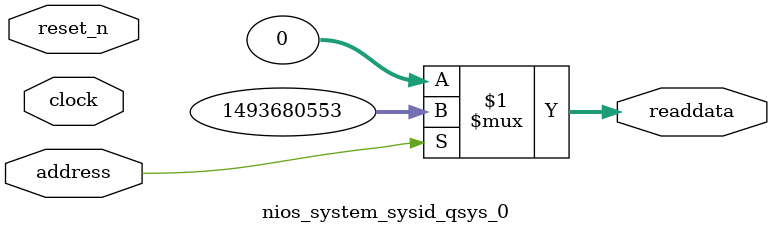
<source format=v>



// synthesis translate_off
`timescale 1ns / 1ps
// synthesis translate_on

// turn off superfluous verilog processor warnings 
// altera message_level Level1 
// altera message_off 10034 10035 10036 10037 10230 10240 10030 

module nios_system_sysid_qsys_0 (
               // inputs:
                address,
                clock,
                reset_n,

               // outputs:
                readdata
             )
;

  output  [ 31: 0] readdata;
  input            address;
  input            clock;
  input            reset_n;

  wire    [ 31: 0] readdata;
  //control_slave, which is an e_avalon_slave
  assign readdata = address ? 1493680553 : 0;

endmodule



</source>
